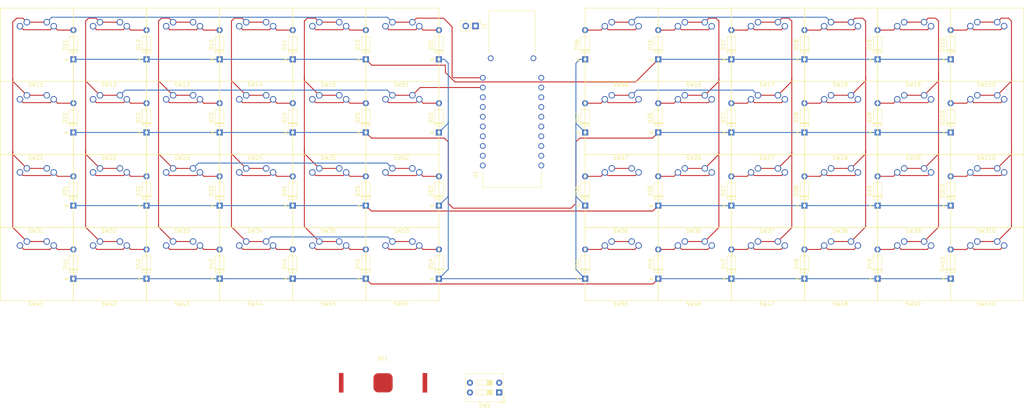
<source format=kicad_pcb>
(kicad_pcb (version 20211014) (generator pcbnew)
  (layers (0 "F.Cu" signal) (31 "B.Cu" signal) (34 "B.Paste" user) (35 "F.Paste" user) (36 "B.SilkS" user "B.Silkscreen") (37 "F.SilkS" user "F.Silkscreen") (38 "B.Mask" user) (39 "F.Mask" user) (44 "Edge.Cuts" user))
  (net 0 "")
  (net 1 "Net-(BT1-Pad1)")
  (net 2 "Net-(BT1-Pad2)")
  (net 3 "Net-(D11-Pad1)")
  (net 4 "Net-(D11-Pad2)")
  (net 5 "Net-(J1-Pad1)")
  (net 6 "Net-(J1-Pad2)")
  (net 7 "Net-(D12-Pad2)")
  (net 8 "Net-(SW5-Pad1)")
  (net 11 "Net-(D13-Pad2)")
  (net 12 "Net-(D14-Pad2)")
  (net 13 "Net-(D15-Pad2)")
  (net 14 "Net-(D16-Pad2)")
  (net 15 "Net-(D17-Pad2)")
  (net 16 "Net-(D18-Pad2)")
  (net 17 "Net-(D19-Pad2)")
  (net 18 "Net-(D21-Pad1)")
  (net 19 "Net-(D21-Pad2)")
  (net 20 "Net-(D22-Pad2)")
  (net 21 "Net-(D23-Pad2)")
  (net 22 "Net-(D24-Pad2)")
  (net 23 "Net-(D25-Pad2)")
  (net 24 "Net-(D26-Pad2)")
  (net 25 "Net-(D27-Pad2)")
  (net 27 "Net-(D28-Pad2)")
  (net 28 "Net-(D29-Pad2)")
  (net 29 "Net-(D31-Pad1)")
  (net 30 "Net-(D31-Pad2)")
  (net 31 "Net-(D32-Pad2)")
  (net 32 "Net-(D33-Pad2)")
  (net 33 "Net-(D34-Pad2)")
  (net 34 "Net-(D35-Pad2)")
  (net 35 "Net-(D36-Pad2)")
  (net 36 "Net-(D37-Pad2)")
  (net 37 "Net-(D38-Pad2)")
  (net 38 "Net-(D39-Pad2)")
  (net 39 "Net-(D41-Pad1)")
  (net 40 "Net-(D41-Pad2)")
  (net 41 "Net-(D42-Pad2)")
  (net 42 "Net-(D43-Pad2)")
  (net 43 "Net-(D44-Pad2)")
  (net 44 "Net-(D45-Pad2)")
  (net 45 "Net-(D46-Pad2)")
  (net 46 "Net-(D47-Pad2)")
  (net 47 "Net-(D48-Pad2)")
  (net 48 "Net-(D49-Pad2)")
  (net 49 "Net-(D51-Pad1)")
  (net 50 "Net-(D51-Pad2)")
  (net 51 "Net-(D52-Pad2)")
  (net 52 "Net-(D53-Pad2)")
  (net 53 "Net-(D54-Pad2)")
  (net 54 "Net-(D55-Pad2)")
  (net 55 "Net-(D56-Pad2)")
  (net 56 "Net-(D57-Pad2)")
  (net 57 "Net-(D58-Pad2)")
  (net 58 "Net-(D110-Pad2)")
  (net 59 "Net-(SW11-Pad1)")
  (net 60 "Net-(SW12-Pad1)")
  (net 61 "Net-(SW13-Pad1)")
  (net 62 "Net-(SW14-Pad1)")
  (net 63 "Net-(SW15-Pad1)")
  (net 64 "Net-(SW16-Pad1)")
  (net 65 "Net-(SW17-Pad1)")
  (net 66 "Net-(SW18-Pad1)")
  (net 67 "Net-(SW110-Pad1)")
  (net 68 "Net-(D210-Pad2)")
  (net 69 "Net-(D310-Pad2)")
  (net 70 "Net-(D410-Pad2)")
  (net 71 "Net-(SW19-Pad1)")
  (footprint "GateronLP:SW_Gateron_LO_PRO_1.00u_NO_LED_REVERSABLE_PCB" (layer "F.Cu") (at 261.9375 52.3875 180)
    (fp_text reference "SW310")
    (fp_text value "GateronLP")
  )
  (footprint "Diode_THT:D_DO-35_SOD27_P7.62mm_Horizontal" (layer "F.Cu") (at 252.4125 18.2245 90)
    (fp_text reference "D110")
    (fp_text value "1N4148")
  )
  (footprint "GateronLP:SW_Gateron_LO_PRO_1.00u_NO_LED_REVERSABLE_PCB" (layer "F.Cu") (at 71.4375 52.3875 180)
    (fp_text reference "SW34")
    (fp_text value "GateronLP")
  )
  (footprint "GateronLP:SW_Gateron_LO_PRO_1.00u_NO_LED_REVERSABLE_PCB" (layer "F.Cu") (at 185.7375 33.3375 180)
    (fp_text reference "SW26")
    (fp_text value "GateronLP")
  )
  (footprint "Diode_THT:D_DO-35_SOD27_P7.62mm_Horizontal" (layer "F.Cu") (at 195.2625 75.3745 90)
    (fp_text reference "D47")
    (fp_text value "1N4148")
  )
  (footprint "GateronLP:SW_Gateron_LO_PRO_1.00u_NO_LED_REVERSABLE_PCB" (layer "F.Cu") (at 242.8875 33.3375 180)
    (fp_text reference "SW29")
    (fp_text value "GateronLP")
  )
  (footprint "GateronLP:SW_Gateron_LO_PRO_1.00u_NO_LED_REVERSABLE_PCB" (layer "F.Cu") (at 223.8375 52.3875 180)
    (fp_text reference "SW38")
    (fp_text value "GateronLP")
  )
  (footprint "GateronLP:SW_Gateron_LO_PRO_1.00u_NO_LED_REVERSABLE_PCB" (layer "F.Cu") (at 90.4875 71.4375 180)
    (fp_text reference "SW45")
    (fp_text value "GateronLP")
  )
  (footprint "GateronLP:SW_Gateron_LO_PRO_1.00u_NO_LED_REVERSABLE_PCB" (layer "F.Cu") (at 166.6875 71.4375 180)
    (fp_text reference "SW55")
    (fp_text value "GateronLP")
  )
  (footprint "GateronLP:SW_Gateron_LO_PRO_1.00u_NO_LED_REVERSABLE_PCB" (layer "F.Cu") (at 33.3375 14.2875 180)
    (fp_text reference "SW12")
    (fp_text value "GateronLP")
  )
  (footprint "GateronLP:SW_Gateron_LO_PRO_1.00u_NO_LED_REVERSABLE_PCB" (layer "F.Cu") (at 185.7375 14.3085 180)
    (fp_text reference "SW16")
    (fp_text value "GateronLP")
  )
  (footprint "GateronLP:SW_Gateron_LO_PRO_1.00u_NO_LED_REVERSABLE_PCB" (layer "F.Cu") (at 52.3875 52.3875 180)
    (fp_text reference "SW33")
    (fp_text value "GateronLP")
  )
  (footprint "Diode_THT:D_DO-35_SOD27_P7.62mm_Horizontal" (layer "F.Cu") (at 119.0625 18.2245 90)
    (fp_text reference "D51")
    (fp_text value "1N4148")
  )
  (footprint "GateronLP:SW_Gateron_LO_PRO_1.00u_NO_LED_REVERSABLE_PCB" (layer "F.Cu") (at 14.2875 52.3875 180)
    (fp_text reference "SW31")
    (fp_text value "GateronLP")
  )
  (footprint "Diode_THT:D_DO-35_SOD27_P7.62mm_Horizontal" (layer "F.Cu") (at 61.9125 75.3745 90)
    (fp_text reference "D43")
    (fp_text value "1N4148")
  )
  (footprint "Diode_THT:D_DO-35_SOD27_P7.62mm_Horizontal" (layer "F.Cu") (at 42.8625 56.3245 90)
    (fp_text reference "D32")
    (fp_text value "1N4148")
  )
  (footprint "GateronLP:SW_Gateron_LO_PRO_1.00u_NO_LED_REVERSABLE_PCB" (layer "F.Cu") (at 90.4875 52.3875 180)
    (fp_text reference "SW35")
    (fp_text value "GateronLP")
  )
  (footprint "Diode_THT:D_DO-35_SOD27_P7.62mm_Horizontal" (layer "F.Cu") (at 100.0125 18.2245 90)
    (fp_text reference "D15")
    (fp_text value "1N4148")
  )
  (footprint "Diode_THT:D_DO-35_SOD27_P7.62mm_Horizontal" (layer "F.Cu") (at 42.8625 37.2745 90)
    (fp_text reference "D22")
    (fp_text value "1N4148")
  )
  (footprint "GateronLP:SW_Gateron_LO_PRO_1.00u_NO_LED_REVERSABLE_PCB" (layer "F.Cu") (at 204.7875 14.2875 180)
    (fp_text reference "SW17")
    (fp_text value "GateronLP")
  )
  (footprint "Diode_THT:D_DO-35_SOD27_P7.62mm_Horizontal" (layer "F.Cu") (at 252.4125 75.3745 90)
    (fp_text reference "D410")
    (fp_text value "1N4148")
  )
  (footprint "Diode_THT:D_DO-35_SOD27_P7.62mm_Horizontal" (layer "F.Cu") (at 195.2625 18.2245 90)
    (fp_text reference "D17")
    (fp_text value "1N4148")
  )
  (footprint "GateronLP:SW_Gateron_LO_PRO_1.00u_NO_LED_REVERSABLE_PCB" (layer "F.Cu") (at 185.7375 52.3875 180)
    (fp_text reference "SW36")
    (fp_text value "GateronLP")
  )
  (footprint "GateronLP:SW_Gateron_LO_PRO_1.00u_NO_LED_REVERSABLE_PCB" (layer "F.Cu") (at 223.8375 14.2805 180)
    (fp_text reference "SW18")
    (fp_text value "GateronLP")
  )
  (footprint "GateronLP:SW_Gateron_LO_PRO_1.00u_NO_LED_REVERSABLE_PCB" (layer "F.Cu") (at 14.2875 71.4375 180)
    (fp_text reference "SW41")
    (fp_text value "GateronLP")
  )
  (footprint "Diode_THT:D_DO-35_SOD27_P7.62mm_Horizontal" (layer "F.Cu") (at 42.8625 18.2245 90)
    (fp_text reference "D12")
    (fp_text value "1N4148")
  )
  (footprint "Diode_THT:D_DO-35_SOD27_P7.62mm_Horizontal" (layer "F.Cu") (at 61.9125 56.3245 90)
    (fp_text reference "D33")
    (fp_text value "1N4148")
  )
  (footprint "Diode_THT:D_DO-35_SOD27_P7.62mm_Horizontal" (layer "F.Cu") (at 233.3625 18.2245 90)
    (fp_text reference "D19")
    (fp_text value "1N4148")
  )
  (footprint "NRF52840-DONGLE:MODULE_NRF52840-DONGLE" (layer "F.Cu") (at 138.1125 28.575 90)
    (fp_text reference "U1")
    (fp_text value "NRF52840-DONGLE")
  )
  (footprint "GateronLP:SW_Gateron_LO_PRO_1.00u_NO_LED_REVERSABLE_PCB" (layer "F.Cu") (at 223.8375 71.4375 180)
    (fp_text reference "SW48")
    (fp_text value "GateronLP")
  )
  (footprint "Diode_THT:D_DO-35_SOD27_P7.62mm_Horizontal" (layer "F.Cu") (at 176.2125 56.3245 90)
    (fp_text reference "D36")
    (fp_text value "1N4148")
  )
  (footprint "Misc:TBH-CR2032-M04" (layer "F.Cu") (at 104.5 102.5 180)
    (fp_text reference "BT1")
    (fp_text value "Battery_Cell")
  )
  (footprint "Diode_THT:D_DO-35_SOD27_P7.62mm_Horizontal" (layer "F.Cu") (at 195.2625 56.3245 90)
    (fp_text reference "D37")
    (fp_text value "1N4148")
  )
  (footprint "Diode_THT:D_DO-35_SOD27_P7.62mm_Horizontal" (layer "F.Cu") (at 233.3625 56.3245 90)
    (fp_text reference "D39")
    (fp_text value "1N4148")
  )
  (footprint "Diode_THT:D_DO-35_SOD27_P7.62mm_Horizontal" (layer "F.Cu") (at 252.4125 56.3245 90)
    (fp_text reference "D310")
    (fp_text value "1N4148")
  )
  (footprint "GateronLP:SW_Gateron_LO_PRO_1.00u_NO_LED_REVERSABLE_PCB" (layer "F.Cu") (at 71.4375 14.2875 180)
    (fp_text reference "SW14")
    (fp_text value "GateronLP")
  )
  (footprint "GateronLP:SW_Gateron_LO_PRO_1.00u_NO_LED_REVERSABLE_PCB" (layer "F.Cu") (at 52.3875 33.3375 180)
    (fp_text reference "SW23")
    (fp_text value "GateronLP")
  )
  (footprint "GateronLP:SW_Gateron_LO_PRO_1.00u_NO_LED_REVERSABLE_PCB" (layer "F.Cu") (at 261.9375 14.2735 180)
    (fp_text reference "SW110")
    (fp_text value "GateronLP")
  )
  (footprint "GateronLP:SW_Gateron_LO_PRO_1.00u_NO_LED_REVERSABLE_PCB" (layer "F.Cu") (at 242.8875 52.3875 180)
    (fp_text reference "SW39")
    (fp_text value "GateronLP")
  )
  (footprint "Diode_THT:D_DO-35_SOD27_P7.62mm_Horizontal" (layer "F.Cu") (at 61.9125 37.2745 90)
    (fp_text reference "D23")
    (fp_text value "1N4148")
  )
  (footprint "Diode_THT:D_DO-35_SOD27_P7.62mm_Horizontal" (layer "F.Cu") (at 61.9125 18.2245 90)
    (fp_text reference "D13")
    (fp_text value "1N4148")
  )
  (footprint "GateronLP:SW_Gateron_LO_PRO_1.00u_NO_LED_REVERSABLE_PCB" (layer "F.Cu") (at 166.6875 14.2875 180)
    (fp_text reference "SW58")
    (fp_text value "GateronLP")
  )
  (footprint "GateronLP:SW_Gateron_LO_PRO_1.00u_NO_LED_REVERSABLE_PCB" (layer "F.Cu") (at 109.5375 52.3875 180)
    (fp_text reference "SW53")
    (fp_text value "GateronLP")
  )
  (footprint "Diode_THT:D_DO-35_SOD27_P7.62mm_Horizontal" (layer "F.Cu") (at 23.8125 56.3245 90)
    (fp_text reference "D31")
    (fp_text value "1N4148")
  )
  (footprint "GateronLP:SW_Gateron_LO_PRO_1.00u_NO_LED_REVERSABLE_PCB" (layer "F.Cu") (at 109.5375 14.2875 180)
    (fp_text reference "SW51")
    (fp_text value "GateronLP")
  )
  (footprint "Diode_THT:D_DO-35_SOD27_P7.62mm_Horizontal" (layer "F.Cu") (at 157.1625 18.2245 90)
    (fp_text reference "D58")
    (fp_text value "1N4148")
  )
  (footprint "Diode_THT:D_DO-35_SOD27_P7.62mm_Horizontal" (layer "F.Cu") (at 23.8125 75.3745 90)
    (fp_text reference "D41")
    (fp_text value "1N4148")
  )
  (footprint "Diode_THT:D_DO-35_SOD27_P7.62mm_Horizontal" (layer "F.Cu") (at 80.9625 18.2245 90)
    (fp_text reference "D14")
    (fp_text value "1N4148")
  )
  (footprint "Diode_THT:D_DO-35_SOD27_P7.62mm_Horizontal" (layer "F.Cu") (at 80.9625 75.3745 90)
    (fp_text reference "D44")
    (fp_text value "1N4148")
  )
  (footprint "Diode_THT:D_DO-35_SOD27_P7.62mm_Horizontal" (layer "F.Cu") (at 176.2055 37.2745 90)
    (fp_text reference "D26")
    (fp_text value "1N4148")
  )
  (footprint "GateronLP:SW_Gateron_LO_PRO_1.00u_NO_LED_REVERSABLE_PCB" (layer "F.Cu") (at 71.4375 71.4375 180)
    (fp_text reference "SW44")
    (fp_text value "GateronLP")
  )
  (footprint "Misc:SW_DIP_SPSTx02_Slide_9.78x7.26mm_W7.62mm_P2.54mm" (layer "F.Cu") (at 134.7675 105.025 180)
    (fp_text reference "SW5")
    (fp_text value "SW_DIP_x02")
  )
  (footprint "Diode_THT:D_DO-35_SOD27_P7.62mm_Horizontal" (layer "F.Cu") (at 42.8625 75.3745 90)
    (fp_text reference "D42")
    (fp_text value "1N4148")
  )
  (footprint "Diode_THT:D_DO-35_SOD27_P7.62mm_Horizontal" (layer "F.Cu") (at 119.0625 37.2745 90)
    (fp_text reference "D52")
    (fp_text value "1N4148")
  )
  (footprint "Diode_THT:D_DO-35_SOD27_P7.62mm_Horizontal" (layer "F.Cu") (at 23.8125 18.2245 90)
    (fp_text reference "D11")
    (fp_text value "1N4148")
  )
  (footprint "GateronLP:SW_Gateron_LO_PRO_1.00u_NO_LED_REVERSABLE_PCB" (layer "F.Cu") (at 204.7875 52.3875 180)
    (fp_text reference "SW37")
    (fp_text value "GateronLP")
  )
  (footprint "GateronLP:SW_Gateron_LO_PRO_1.00u_NO_LED_REVERSABLE_PCB" (layer "F.Cu") (at 109.5375 71.4375 180)
    (fp_text reference "SW54")
    (fp_text value "GateronLP")
  )
  (footprint "GateronLP:SW_Gateron_LO_PRO_1.00u_NO_LED_REVERSABLE_PCB" (layer "F.Cu") (at 52.3875 71.4375 180)
    (fp_text reference "SW43")
    (fp_text value "GateronLP")
  )
  (footprint "Diode_THT:D_DO-35_SOD27_P7.62mm_Horizontal" (layer "F.Cu") (at 157.1625 56.3245 90)
    (fp_text reference "D56")
    (fp_text value "1N4148")
  )
  (footprint "GateronLP:SW_Gateron_LO_PRO_1.00u_NO_LED_REVERSABLE_PCB" (layer "F.Cu") (at 223.8375 33.3375 180)
    (fp_text reference "SW28")
    (fp_text value "GateronLP")
  )
  (footprint "Diode_THT:D_DO-35_SOD27_P7.62mm_Horizontal" (layer "F.Cu") (at 214.3125 18.2245 90)
    (fp_text reference "D18")
    (fp_text value "1N4148")
  )
  (footprint "Diode_THT:D_DO-35_SOD27_P7.62mm_Horizontal" (layer "F.Cu") (at 233.3625 75.3745 90)
    (fp_text reference "D49")
    (fp_text value "1N4148")
  )
  (footprint "Diode_THT:D_DO-35_SOD27_P7.62mm_Horizontal" (layer "F.Cu") (at 80.9625 56.3245 90)
    (fp_text reference "D34")
    (fp_text value "1N4148")
  )
  (footprint "GateronLP:SW_Gateron_LO_PRO_1.00u_NO_LED_REVERSABLE_PCB" (layer "F.Cu") (at 185.7375 71.4375 180)
    (fp_text reference "SW46")
    (fp_text value "GateronLP")
  )
  (footprint "GateronLP:SW_Gateron_LO_PRO_1.00u_NO_LED_REVERSABLE_PCB" (layer "F.Cu") (at 204.7875 33.3375 180)
    (fp_text reference "SW27")
    (fp_text value "GateronLP")
  )
  (footprint "GateronLP:SW_Gateron_LO_PRO_1.00u_NO_LED_REVERSABLE_PCB" (layer "F.Cu") (at 109.5375 33.3375 180)
    (fp_text reference "SW52")
    (fp_text value "GateronLP")
  )
  (footprint "GateronLP:SW_Gateron_LO_PRO_1.00u_NO_LED_REVERSABLE_PCB" (layer "F.Cu") (at 261.9375 71.4375 180)
    (fp_text reference "SW410")
    (fp_text value "GateronLP")
  )
  (footprint "Diode_THT:D_DO-35_SOD27_P7.62mm_Horizontal" (layer "F.Cu") (at 176.2125 18.2245 90)
    (fp_text reference "D16")
    (fp_text value "1N4148")
  )
  (footprint "Diode_THT:D_DO-35_SOD27_P7.62mm_Horizontal" (layer "F.Cu") (at 100.0125 37.2745 90)
    (fp_text reference "D25")
    (fp_text value "1N4148")
  )
  (footprint "GateronLP:SW_Gateron_LO_PRO_1.00u_NO_LED_REVERSABLE_PCB" (layer "F.Cu") (at 71.4375 33.3375 180)
    (fp_text reference "SW24")
    (fp_text value "GateronLP")
  )
  (footprint "GateronLP:SW_Gateron_LO_PRO_1.00u_NO_LED_REVERSABLE_PCB" (layer "F.Cu") (at 242.8875 14.2805 180)
    (fp_text reference "SW19")
    (fp_text value "GateronLP")
  )
  (footprint "GateronLP:SW_Gateron_LO_PRO_1.00u_NO_LED_REVERSABLE_PCB" (layer "F.Cu") (at 52.3875 14.2875 180)
    (fp_text reference "SW13")
    (fp_text value "GateronLP")
  )
  (footprint "GateronLP:SW_Gateron_LO_PRO_1.00u_NO_LED_REVERSABLE_PCB" (layer "F.Cu") (at 166.6875 52.3875 180)
    (fp_text reference "SW56")
    (fp_text value "GateronLP")
  )
  (footprint "GateronLP:SW_Gateron_LO_PRO_1.00u_NO_LED_REVERSABLE_PCB" (layer "F.Cu") (at 166.6805 33.3375 180)
    (fp_text reference "SW57")
    (fp_text value "GateronLP")
  )
  (footprint "Diode_THT:D_DO-35_SOD27_P7.62mm_Horizontal" (layer "F.Cu") (at 233.3625 37.2745 90)
    (fp_text reference "D29")
    (fp_text value "1N4148")
  )
  (footprint "Diode_THT:D_DO-35_SOD27_P7.62mm_Horizontal" (layer "F.Cu") (at 214.3125 37.2745 90)
    (fp_text reference "D28")
    (fp_text value "1N4148")
  )
  (footprint "Diode_THT:D_DO-35_SOD27_P7.62mm_Horizontal" (layer "F.Cu") (at 214.3125 56.3245 90)
    (fp_text reference "D38")
    (fp_text value "1N4148")
  )
  (footprint "Diode_THT:D_DO-35_SOD27_P7.62mm_Horizontal" (layer "F.Cu") (at 157.1625 75.3745 90)
    (fp_text reference "D55")
    (fp_text value "1N4148")
  )
  (footprint "GateronLP:SW_Gateron_LO_PRO_1.00u_NO_LED_REVERSABLE_PCB" (layer "F.Cu") (at 90.4875 33.3375 180)
    (fp_text reference "SW25")
    (fp_text value "GateronLP")
  )
  (footprint "Diode_THT:D_DO-35_SOD27_P7.62mm_Horizontal" (layer "F.Cu") (at 100.0125 75.3745 90)
    (fp_text reference "D45")
    (fp_text value "1N4148")
  )
  (footprint "Diode_THT:D_DO-35_SOD27_P7.62mm_Horizontal" (layer "F.Cu") (at 119.0625 75.3745 90)
    (fp_text reference "D54")
    (fp_text value "1N4148")
  )
  (footprint "Diode_THT:D_DO-35_SOD27_P7.62mm_Horizontal" (layer "F.Cu") (at 176.2125 75.3745 90)
    (fp_text reference "D46")
    (fp_text value "1N4148")
  )
  (footprint "GateronLP:SW_Gateron_LO_PRO_1.00u_NO_LED_REVERSABLE_PCB" (layer "F.Cu") (at 14.2875 14.2875 180)
    (fp_text reference "SW11")
    (fp_text value "GateronLP")
  )
  (footprint "Diode_THT:D_DO-35_SOD27_P7.62mm_Horizontal" (layer "F.Cu") (at 195.2625 37.2745 90)
    (fp_text reference "D27")
    (fp_text value "1N4148")
  )
  (footprint "Diode_THT:D_DO-35_SOD27_P7.62mm_Horizontal" (layer "F.Cu") (at 80.9625 37.2745 90)
    (fp_text reference "D24")
    (fp_text value "1N4148")
  )
  (footprint "Diode_THT:D_DO-35_SOD27_P7.62mm_Horizontal" (layer "F.Cu") (at 252.4125 37.2745 90)
    (fp_text reference "D210")
    (fp_text value "1N4148")
  )
  (footprint "Diode_THT:D_DO-35_SOD27_P7.62mm_Horizontal" (layer "F.Cu") (at 23.8125 37.2745 90)
    (fp_text reference "D21")
    (fp_text value "1N4148")
  )
  (footprint "Diode_THT:D_DO-35_SOD27_P7.62mm_Horizontal" (layer "F.Cu") (at 119.0625 56.3245 90)
    (fp_text reference "D53")
    (fp_text value "1N4148")
  )
  (footprint "GateronLP:SW_Gateron_LO_PRO_1.00u_NO_LED_REVERSABLE_PCB" (layer "F.Cu") (at 33.3375 71.4375 180)
    (fp_text reference "SW42")
    (fp_text value "GateronLP")
  )
  (footprint "GateronLP:SW_Gateron_LO_PRO_1.00u_NO_LED_REVERSABLE_PCB" (layer "F.Cu") (at 261.9375 33.3375 180)
    (fp_text reference "SW210")
    (fp_text value "GateronLP")
  )
  (footprint "Diode_THT:D_DO-35_SOD27_P7.62mm_Horizontal" (layer "F.Cu") (at 214.3125 75.3745 90)
    (fp_text reference "D48")
    (fp_text value "1N4148")
  )
  (footprint "Diode_THT:D_DO-35_SOD27_P7.62mm_Horizontal" (layer "F.Cu") (at 157.1625 37.2745 90)
    (fp_text reference "D57")
    (fp_text value "1N4148")
  )
  (footprint "GateronLP:SW_Gateron_LO_PRO_1.00u_NO_LED_REVERSABLE_PCB" (layer "F.Cu") (at 14.2875 33.3375 180)
    (fp_text reference "SW21")
    (fp_text value "GateronLP")
  )
  (footprint "GateronLP:SW_Gateron_LO_PRO_1.00u_NO_LED_REVERSABLE_PCB" (layer "F.Cu") (at 90.4875 14.2875 180)
    (fp_text reference "SW15")
    (fp_text value "GateronLP")
  )
  (footprint "Diode_THT:D_DO-35_SOD27_P7.62mm_Horizontal" (layer "F.Cu") (at 100.0125 56.3245 90)
    (fp_text reference "D35")
    (fp_text value "1N4148")
  )
  (footprint "GateronLP:SW_Gateron_LO_PRO_1.00u_NO_LED_REVERSABLE_PCB" (layer "F.Cu") (at 33.3375 52.3875 180)
    (fp_text reference "SW32")
    (fp_text value "GateronLP")
  )
  (footprint "GateronLP:SW_Gateron_LO_PRO_1.00u_NO_LED_REVERSABLE_PCB" (layer "F.Cu") (at 242.8875 71.4375 180)
    (fp_text reference "SW49")
    (fp_text value "GateronLP")
  )
  (footprint "GateronLP:SW_Gateron_LO_PRO_1.00u_NO_LED_REVERSABLE_PCB" (layer "F.Cu") (at 204.7875 71.4375 180)
    (fp_text reference "SW47")
    (fp_text value "GateronLP")
  )
  (footprint "Connector_PinHeader_2.54mm:PinHeader_1x02_P2.54mm_Vertical" (layer "F.Cu") (at 128.5875 9.525 -90)
    (fp_text reference "J1")
    (fp_text value "Conn_01x02_Male")
  )
  (footprint "GateronLP:SW_Gateron_LO_PRO_1.00u_NO_LED_REVERSABLE_PCB" (layer "F.Cu") (at 33.3375 33.3375 180)
    (fp_text reference "SW22")
    (fp_text value "GateronLP")
  )
  (segment (start 101.538 19.75) (end 120.75 19.75) (width 0.25) (layer "F.Cu") (net 3))
  (segment (start 170.338 24.099) (end 176.2125 18.2245) (width 0.25) (layer "F.Cu") (net 3))
  (segment (start 123.212604 24.099) (end 170.338 24.099) (width 0.25) (layer "F.Cu") (net 3))
  (segment (start 120.75 21.636396) (end 123.212604 24.099) (width 0.25) (layer "F.Cu") (net 3))
  (segment (start 100.0125 18.2245) (end 101.538 19.75) (width 0.25) (layer "F.Cu") (net 3))
  (segment (start 120.75 19.75) (end 120.75 21.636396) (width 0.25) (layer "F.Cu") (net 3))
  (segment (start 80.9625 18.2245) (end 100.0125 18.2245) (width 0.25) (layer "B.Cu") (net 3))
  (segment (start 214.3125 18.2245) (end 233.3625 18.2245) (width 0.25) (layer "B.Cu") (net 3))
  (segment (start 233.3625 18.2245) (end 252.0255 18.2245) (width 0.25) (layer "B.Cu") (net 3))
  (segment (start 176.2125 18.2245) (end 195.2625 18.2245) (width 0.25) (layer "B.Cu") (net 3))
  (segment (start 252.0255 18.2245) (end 252.75 17.5) (width 0.25) (layer "B.Cu") (net 3))
  (segment (start 42.8625 18.2245) (end 61.9125 18.2245) (width 0.25) (layer "B.Cu") (net 3))
  (segment (start 61.9125 18.2245) (end 80.9625 18.2245) (width 0.25) (layer "B.Cu") (net 3))
  (segment (start 23.8125 18.2245) (end 42.8625 18.2245) (width 0.25) (layer "B.Cu") (net 3))
  (segment (start 195.2625 18.2245) (end 214.3125 18.2245) (width 0.25) (layer "B.Cu") (net 3))
  (segment (start 17.775 10.5) (end 18.6875 9.5875) (width 0.25) (layer "F.Cu") (net 4))
  (segment (start 19.7045 10.6045) (end 23.8125 10.6045) (width 0.25) (layer "F.Cu") (net 4))
  (segment (start 18.6875 9.5875) (end 19.7045 10.6045) (width 0.25) (layer "F.Cu") (net 4))
  (segment (start 9.8875 9.5875) (end 10.8 10.5) (width 0.25) (layer "F.Cu") (net 4))
  (segment (start 10.8 10.5) (end 17.775 10.5) (width 0.25) (layer "F.Cu") (net 4))
  (segment (start 37.7375 9.5875) (end 38.7545 10.6045) (width 0.25) (layer "F.Cu") (net 7))
  (segment (start 36.825 10.5) (end 37.7375 9.5875) (width 0.25) (layer "F.Cu") (net 7))
  (segment (start 28.9375 9.5875) (end 29.85 10.5) (width 0.25) (layer "F.Cu") (net 7))
  (segment (start 29.85 10.5) (end 36.825 10.5) (width 0.25) (layer "F.Cu") (net 7))
  (segment (start 38.7545 10.6045) (end 42.8625 10.6045) (width 0.25) (layer "F.Cu") (net 7))
  (segment (start 55.875 10.5) (end 56.7875 9.5875) (width 0.25) (layer "F.Cu") (net 11))
  (segment (start 56.7875 9.5875) (end 57.8045 10.6045) (width 0.25) (layer "F.Cu") (net 11))
  (segment (start 57.8045 10.6045) (end 61.9125 10.6045) (width 0.25) (layer "F.Cu") (net 11))
  (segment (start 47.9875 9.5875) (end 48.9 10.5) (width 0.25) (layer "F.Cu") (net 11))
  (segment (start 48.9 10.5) (end 55.875 10.5) (width 0.25) (layer "F.Cu") (net 11))
  (segment (start 67.0375 9.5875) (end 67.95 10.5) (width 0.25) (layer "F.Cu") (net 12))
  (segment (start 67.95 10.5) (end 74.925 10.5) (width 0.25) (layer "F.Cu") (net 12))
  (segment (start 74.925 10.5) (end 75.8375 9.5875) (width 0.25) (layer "F.Cu") (net 12))
  (segment (start 76.8545 10.6045) (end 80.9625 10.6045) (width 0.25) (layer "F.Cu") (net 12))
  (segment (start 75.8375 9.5875) (end 76.8545 10.6045) (width 0.25) (layer "F.Cu") (net 12))
  (segment (start 94.8875 9.5875) (end 95.9045 10.6045) (width 0.25) (layer "F.Cu") (net 13))
  (segment (start 87 10.5) (end 93.975 10.5) (width 0.25) (layer "F.Cu") (net 13))
  (segment (start 95.9045 10.6045) (end 100.0125 10.6045) (width 0.25) (layer "F.Cu") (net 13))
  (segment (start 86.0875 9.5875) (end 87 10.5) (width 0.25) (layer "F.Cu") (net 13))
  (segment (start 93.975 10.5) (end 94.8875 9.5875) (width 0.25) (layer "F.Cu") (net 13))
  (segment (start 181.3375 9.6085) (end 182.229 10.5) (width 0.25) (layer "F.Cu") (net 14))
  (segment (start 182.229 10.5) (end 189.246 10.5) (width 0.25) (layer "F.Cu") (net 14))
  (segment (start 180.3415 10.6045) (end 181.3375 9.6085) (width 0.25) (layer "F.Cu") (net 14))
  (segment (start 176.2125 10.6045) (end 180.3415 10.6045) (width 0.25) (layer "F.Cu") (net 14))
  (segment (start 189.246 10.5) (end 190.1375 9.6085) (width 0.25) (layer "F.Cu") (net 14))
  (segment (start 195.2625 10.6045) (end 199.3705 10.6045) (width 0.25) (layer "F.Cu") (net 15))
  (segment (start 199.3705 10.6045) (end 200.3875 9.5875) (width 0.25) (layer "F.Cu") (net 15))
  (segment (start 201.3 10.5) (end 208.275 10.5) (width 0.25) (layer "F.Cu") (net 15))
  (segment (start 200.3875 9.5875) (end 201.3 10.5) (width 0.25) (layer "F.Cu") (net 15))
  (segment (start 208.275 10.5) (end 209.1875 9.5875) (width 0.25) (layer "F.Cu") (net 15))
  (segment (start 220.357 10.5) (end 227.318 10.5) (width 0.25) (layer "F.Cu") (net 16))
  (segment (start 214.3125 10.6045) (end 218.4135 10.6045) (width 0.25) (layer "F.Cu") (net 16))
  (segment (start 227.318 10.5) (end 228.2375 9.5805) (width 0.25) (layer "F.Cu") (net 16))
  (segment (start 218.4135 10.6045) (end 219.4375 9.5805) (width 0.25) (layer "F.Cu") (net 16))
  (segment (start 219.4375 9.5805) (end 220.357 10.5) (width 0.25) (layer "F.Cu") (net 16))
  (segment (start 237.4635 10.6045) (end 238.4875 9.5805) (width 0.25) (layer "F.Cu") (net 17))
  (segment (start 246.368 10.5) (end 247.2875 9.5805) (width 0.25) (layer "F.Cu") (net 17))
  (segment (start 239.407 10.5) (end 246.368 10.5) (width 0.25) (layer "F.Cu") (net 17))
  (segment (start 233.3625 10.6045) (end 237.4635 10.6045) (width 0.25) (layer "F.Cu") (net 17))
  (segment (start 238.4875 9.5805) (end 239.407 10.5) (width 0.25) (layer "F.Cu") (net 17))
  (segment (start 122.75 57) (end 153.5 57) (width 0.25) (layer "F.Cu") (net 18))
  (segment (start 153.5 57) (end 154.75 55.75) (width 0.25) (layer "F.Cu") (net 18))
  (segment (start 101.488 38.75) (end 120.5 38.75) (width 0.25) (layer "F.Cu") (net 18))
  (segment (start 121.5 39.75) (end 121.5 55.75) (width 0.25) (layer "F.Cu") (net 18))
  (segment (start 120.5 38.75) (end 121.5 39.75) (width 0.25) (layer "F.Cu") (net 18))
  (segment (start 154.75 39.75) (end 155.75 38.75) (width 0.25) (layer "F.Cu") (net 18))
  (segment (start 121.5 55.75) (end 122.75 57) (width 0.25) (layer "F.Cu") (net 18))
  (segment (start 100.0125 37.2745) (end 101.488 38.75) (width 0.25) (layer "F.Cu") (net 18))
  (segment (start 155.75 38.75) (end 174.73 38.75) (width 0.25) (layer "F.Cu") (net 18))
  (segment (start 174.73 38.75) (end 176.2055 37.2745) (width 0.25) (layer "F.Cu") (net 18))
  (segment (start 154.75 55.75) (end 154.75 39.75) (width 0.25) (layer "F.Cu") (net 18))
  (segment (start 214.3125 37.2745) (end 233.3625 37.2745) (width 0.25) (layer "B.Cu") (net 18))
  (segment (start 195.2625 37.2745) (end 214.3125 37.2745) (width 0.25) (layer "B.Cu") (net 18))
  (segment (start 23.8125 37.2745) (end 42.8625 37.2745) (width 0.25) (layer "B.Cu") (net 18))
  (segment (start 233.3625 37.2745) (end 252.4125 37.2745) (width 0.25) (layer "B.Cu") (net 18))
  (segment (start 176.2055 37.2745) (end 195.2625 37.2745) (width 0.25) (layer "B.Cu") (net 18))
  (segment (start 42.8625 37.2745) (end 61.9125 37.2745) (width 0.25) (layer "B.Cu") (net 18))
  (segment (start 80.9625 37.2745) (end 100.0125 37.2745) (width 0.25) (layer "B.Cu") (net 18))
  (segment (start 61.9125 37.2745) (end 80.9625 37.2745) (width 0.25) (layer "B.Cu") (net 18))
  (segment (start 18.6875 28.6375) (end 19.7045 29.6545) (width 0.25) (layer "F.Cu") (net 19))
  (segment (start 10.75 29.5) (end 17.825 29.5) (width 0.25) (layer "F.Cu") (net 19))
  (segment (start 9.8875 28.6375) (end 10.75 29.5) (width 0.25) (layer "F.Cu") (net 19))
  (segment (start 19.7045 29.6545) (end 23.8125 29.6545) (width 0.25) (layer "F.Cu") (net 19))
  (segment (start 17.825 29.5) (end 18.6875 28.6375) (width 0.25) (layer "F.Cu") (net 19))
  (segment (start 36.875 29.5) (end 37.7375 28.6375) (width 0.25) (layer "F.Cu") (net 20))
  (segment (start 29.8 29.5) (end 36.875 29.5) (width 0.25) (layer "F.Cu") (net 20))
  (segment (start 38.7545 29.6545) (end 42.8625 29.6545) (width 0.25) (layer "F.Cu") (net 20))
  (segment (start 37.7375 28.6375) (end 38.7545 29.6545) (width 0.25) (layer "F.Cu") (net 20))
  (segment (start 28.9375 28.6375) (end 29.8 29.5) (width 0.25) (layer "F.Cu") (net 20))
  (segment (start 47.9875 28.6375) (end 48.85 29.5) (width 0.25) (layer "F.Cu") (net 21))
  (segment (start 56.7875 28.6375) (end 57.8045 29.6545) (width 0.25) (layer "F.Cu") (net 21))
  (segment (start 55.925 29.5) (end 56.7875 28.6375) (width 0.25) (layer "F.Cu") (net 21))
  (segment (start 48.85 29.5) (end 55.925 29.5) (width 0.25) (layer "F.Cu") (net 21))
  (segment (start 57.8045 29.6545) (end 61.9125 29.6545) (width 0.25) (layer "F.Cu") (net 21))
  (segment (start 75.8375 28.6375) (end 76.8545 29.6545) (width 0.25) (layer "F.Cu") (net 22))
  (segment (start 76.8545 29.6545) (end 80.9625 29.6545) (width 0.25) (layer "F.Cu") (net 22))
  (segment (start 75.8375 28.6625) (end 75.8375 28.6375) (width 0.25) (layer "F.Cu") (net 22))
  (segment (start 75 29.5) (end 75.8375 28.6625) (width 0.25) (layer "F.Cu") (net 22))
  (segment (start 67.0375 28.6375) (end 67.9 29.5) (width 0.25) (layer "F.Cu") (net 22))
  (segment (start 67.9 29.5) (end 75 29.5) (width 0.25) (layer "F.Cu") (net 22))
  (segment (start 86.95 29.5) (end 94.025 29.5) (width 0.25) (layer "F.Cu") (net 23))
  (segment (start 95.9045 29.6545) (end 100.0125 29.6545) (width 0.25) (layer "F.Cu") (net 23))
  (segment (start 86.0875 28.6375) (end 86.95 29.5) (width 0.25) (layer "F.Cu") (net 23))
  (segment (start 94.025 29.5) (end 94.8875 28.6375) (width 0.25) (layer "F.Cu") (net 23))
  (segment (start 94.8875 28.6375) (end 95.9045 29.6545) (width 0.25) (layer "F.Cu") (net 23))
  (segment (start 181.3375 28.6375) (end 182.2 29.5) (width 0.25) (layer "F.Cu") (net 24))
  (segment (start 182.2 29.5) (end 189.275 29.5) (width 0.25) (layer "F.Cu") (net 24))
  (segment (start 189.275 29.5) (end 190.1375 28.6375) (width 0.25) (layer "F.Cu") (net 24))
  (segment (start 180.3205 29.6545) (end 181.3375 28.6375) (width 0.25) (layer "F.Cu") (net 24))
  (segment (start 176.2055 29.6545) (end 180.3205 29.6545) (width 0.25) (layer "F.Cu") (net 24))
  (segment (start 200.3875 28.6375) (end 201.25 29.5) (width 0.25) (layer "F.Cu") (net 25))
  (segment (start 199.3705 29.6545) (end 200.3875 28.6375) (width 0.25) (layer "F.Cu") (net 25))
  (segment (start 208.325 29.5) (end 209.1875 28.6375) (width 0.25) (layer "F.Cu") (net 25))
  (segment (start 195.2625 29.6545) (end 199.3705 29.6545) (width 0.25) (layer "F.Cu") (net 25))
  (segment (start 201.25 29.5) (end 208.325 29.5) (width 0.25) (layer "F.Cu") (net 25))
  (segment (start 218.4205 29.6545) (end 219.4375 28.6375) (width 0.25) (layer "F.Cu") (net 27))
  (segment (start 220.3 29.5) (end 227.375 29.5) (width 0.25) (layer "F.Cu") (net 27))
  (segment (start 227.375 29.5) (end 228.2375 28.6375) (width 0.25) (layer "F.Cu") (net 27))
  (segment (start 219.4375 28.6375) (end 220.3 29.5) (width 0.25) (layer "F.Cu") (net 27))
  (segment (start 214.3125 29.6545) (end 218.4205 29.6545) (width 0.25) (layer "F.Cu") (net 27))
  (segment (start 246.425 29.5) (end 247.2875 28.6375) (width 0.25) (layer "F.Cu") (net 28))
  (segment (start 233.3625 29.6545) (end 237.4705 29.6545) (width 0.25) (layer "F.Cu") (net 28))
  (segment (start 239.35 29.5) (end 246.425 29.5) (width 0.25) (layer "F.Cu") (net 28))
  (segment (start 238.4875 28.6375) (end 239.35 29.5) (width 0.25) (layer "F.Cu") (net 28))
  (segment (start 237.4705 29.6545) (end 238.4875 28.6375) (width 0.25) (layer "F.Cu") (net 28))
  (segment (start 100.0125 56.3245) (end 101.438 57.75) (width 0.25) (layer "F.Cu") (net 29))
  (segment (start 101.438 57.75) (end 174.787 57.75) (width 0.25) (layer "F.Cu") (net 29))
  (segment (start 174.787 57.75) (end 176.2125 56.3245) (width 0.25) (layer "F.Cu") (net 29))
  (segment (start 80.9625 56.3245) (end 100.0125 56.3245) (width 0.25) (layer "B.Cu") (net 29))
  (segment (start 195.2625 56.3245) (end 214.3125 56.3245) (width 0.25) (layer "B.Cu") (net 29))
  (segment (start 176.2125 56.3245) (end 195.2625 56.3245) (width 0.25) (layer "B.Cu") (net 29))
  (segment (start 61.9125 56.3245) (end 80.9625 56.3245) (width 0.25) (layer "B.Cu") (net 29))
  (segment (start 42.8625 56.3245) (end 61.9125 56.3245) (width 0.25) (layer "B.Cu") (net 29))
  (segment (start 233.3625 56.3245) (end 252.4125 56.3245) (width 0.25) (layer "B.Cu") (net 29))
  (segment (start 23.8125 56.3245) (end 42.8625 56.3245) (width 0.25) (layer "B.Cu") (net 29))
  (segment (start 214.3125 56.3245) (end 233.3625 56.3245) (width 0.25) (layer "B.Cu") (net 29))
  (segment (start 19.7045 48.7045) (end 23.8125 48.7045) (width 0.25) (layer "F.Cu") (net 30))
  (segment (start 9.8875 47.6875) (end 10.7 48.5) (width 0.25) (layer "F.Cu") (net 30))
  (segment (start 18.6875 47.6875) (end 19.7045 48.7045) (width 0.25) (layer "F.Cu") (net 30))
  (segment (start 10.7 48.5) (end 17.875 48.5) (width 0.25) (layer "F.Cu") (net 30))
  (segment (start 17.875 48.5) (end 18.6875 47.6875) (width 0.25) (layer "F.Cu") (net 30))
  (segment (start 37.7375 47.6875) (end 38.7545 48.7045) (width 0.25) (layer "F.Cu") (net 31))
  (segment (start 29.75 48.5) (end 36.925 48.5) (width 0.25) (layer "F.Cu") (net 31))
  (segment (start 38.7545 48.7045) (end 42.8625 48.7045) (width 0.25) (layer "F.Cu") (net 31))
  (segment (start 28.9375 47.6875) (end 29.75 48.5) (width 0.25) (layer "F.Cu") (net 31))
  (segment (start 36.925 48.5) (end 37.7375 47.6875) (width 0.25) (layer "F.Cu") (net 31))
  (segment (start 48.8 48.5) (end 55.975 48.5) (width 0.25) (layer "F.Cu") (net 32))
  (segment (start 56.7875 47.6875) (end 57.8045 48.7045) (width 0.25) (layer "F.Cu") (net 32))
  (segment (start 55.975 48.5) (end 56.7875 47.6875) (width 0.25) (layer "F.Cu") (net 32))
  (segment (start 57.8045 48.7045) (end 61.9125 48.7045) (width 0.25) (layer "F.Cu") (net 32))
  (segment (start 47.9875 47.6875) (end 48.8 48.5) (width 0.25) (layer "F.Cu") (net 32))
  (segment (start 75.025 48.5) (end 75.8375 47.6875) (width 0.25) (layer "F.Cu") (net 33))
  (segment (start 76.8545 48.7045) (end 80.9625 48.7045) (width 0.25) (layer "F.Cu") (net 33))
  (segment (start 75.8375 47.6875) (end 76.8545 48.7045) (width 0.25) (layer "F.Cu") (net 33))
  (segment (start 67.85 48.5) (end 75.025 48.5) (width 0.25) (layer "F.Cu") (net 33))
  (segment (start 67.0375 47.6875) (end 67.85 48.5) (width 0.25) (layer "F.Cu") (net 33))
  (segment (start 94.075 48.5) (end 94.8875 47.6875) (width 0.25) (layer "F.Cu") (net 34))
  (segment (start 94.8875 47.6875) (end 95.9045 48.7045) (width 0.25) (layer "F.Cu") (net 34))
  (segment (start 95.9045 48.7045) (end 100.0125 48.7045) (width 0.25) (layer "F.Cu") (net 34))
  (segment (start 86.0875 47.6875) (end 86.9 48.5) (width 0.25) (layer "F.Cu") (net 34))
  (segment (start 86.9 48.5) (end 94.075 48.5) (width 0.25) (layer "F.Cu") (net 34))
  (segment (start 180.3205 48.7045) (end 181.3375 47.6875) (width 0.25) (layer "F.Cu") (net 35))
  (segment (start 189.325 48.5) (end 190.1375 47.6875) (width 0.25) (layer "F.Cu") (net 35))
  (segment (start 181.3375 47.6875) (end 182.15 48.5) (width 0.25) (layer "F.Cu") (net 35))
  (segment (start 182.15 48.5) (end 189.325 48.5) (width 0.25) (layer "F.Cu") (net 35))
  (segment (start 176.2125 48.7045) (end 180.3205 48.7045) (width 0.25) (layer "F.Cu") (net 35))
  (segment (start 195.2625 48.7045) (end 199.3705 48.7045) (width 0.25) (layer "F.Cu") (net 36))
  (segment (start 208.375 48.5) (end 209.1875 47.6875) (width 0.25) (layer "F.Cu") (net 36))
  (segment (start 199.3705 48.7045) (end 200.3875 47.6875) (width 0.25) (layer "F.Cu") (net 36))
  (segment (start 201.2 48.5) (end 208.375 48.5) (width 0.25) (layer "F.Cu") (net 36))
  (segment (start 200.3875 47.6875) (end 201.2 48.5) (width 0.25) (layer "F.Cu") (net 36))
  (segment (start 220.25 48.5) (end 227.425 48.5) (width 0.25) (layer "F.Cu") (net 37))
  (segment (start 227.425 48.5) (end 228.2375 47.6875) (width 0.25) (layer "F.Cu") (net 37))
  (segment (start 214.3125 48.7045) (end 218.4205 48.7045) (width 0.25) (layer "F.Cu") (net 37))
  (segment (start 219.4375 47.6875) (end 220.25 48.5) (width 0.25) (layer "F.Cu") (net 37))
  (segment (start 218.4205 48.7045) (end 219.4375 47.6875) (width 0.25) (layer "F.Cu") (net 37))
  (segment (start 237.4705 48.7045) (end 238.4875 47.6875) (width 0.25) (layer "F.Cu") (net 38))
  (segment (start 238.4875 47.6875) (end 239.3 48.5) (width 0.25) (layer "F.Cu") (net 38))
  (segment (start 233.3625 48.7045) (end 237.4705 48.7045) (width 0.25) (layer "F.Cu") (net 38))
  (segment (start 239.3 48.5) (end 246.475 48.5) (width 0.25) (layer "F.Cu") (net 38))
  (segment (start 246.475 48.5) (end 247.2875 47.6875) (width 0.25) (layer "F.Cu") (net 38))
  (segment (start 174.837 76.75) (end 176.2125 75.3745) (width 0.25) (layer "F.Cu") (net 39))
  (segment (start 101.388 76.75) (end 121.25 76.75) (width 0.25) (layer "F.Cu") (net 39))
  (segment (start 121.25 76.75) (end 174.837 76.75) (width 0.25) (layer "F.Cu") (net 39))
  (segment (start 100.0125 75.3745) (end 101.388 76.75) (width 0.25) (layer "F.Cu") (net 39))
  (segment (start 121.75 76.75) (end 121.25 76.75) (width 0.25) (layer "F.Cu") (net 39))
  (segment (start 233.3625 75.3745) (end 252.4125 75.3745) (width 0.25) (layer "B.Cu") (net 39))
  (segment (start 42.8625 75.3745) (end 61.9125 75.3745) (width 0.25) (layer "B.Cu") (net 39))
  (segment (start 80.9625 75.3745) (end 100.0125 75.3745) (width 0.25) (layer "B.Cu") (net 39))
  (segment (start 176.2125 75.3745) (end 195.2625 75.3745) (width 0.25) (layer "B.Cu") (net 39))
  (segment (start 195.2625 75.3745) (end 214.3125 75.3745) (width 0.25) (layer "B.Cu") (net 39))
  (segment (start 61.9125 75.3745) (end 80.9625 75.3745) (width 0.25) (layer "B.Cu") (net 39))
  (segment (start 214.3125 75.3745) (end 233.3625 75.3745) (width 0.25) (layer "B.Cu") (net 39))
  (segment (start 23.8125 75.3745) (end 42.8625 75.3745) (width 0.25) (layer "B.Cu") (net 39))
  (segment (start 19.7045 67.7545) (end 23.8125 67.7545) (width 0.25) (layer "F.Cu") (net 40))
  (segment (start 9.8875 66.7375) (end 10.9 67.75) (width 0.25) (layer "F.Cu") (net 40))
  (segment (start 18.6875 66.7375) (end 19.7045 67.7545) (width 0.25) (layer "F.Cu") (net 40))
  (segment (start 10.9 67.75) (end 17.675 67.75) (width 0.25) (layer "F.Cu") (net 40))
  (segment (start 17.675 67.75) (end 18.6875 66.7375) (width 0.25) (layer "F.Cu") (net 40))
  (segment (start 28.9375 66.7375) (end 29.95 67.75) (width 0.25) (layer "F.Cu") (net 41))
  (segment (start 29.95 67.75) (end 36.725 67.75) (width 0.25) (layer "F.Cu") (net 41))
  (segment (start 38.7545 67.7545) (end 42.8625 67.7545) (width 0.25) (layer "F.Cu") (net 41))
  (segment (start 37.7375 66.7375) (end 38.7545 67.7545) (width 0.25) (layer "F.Cu") (net 41))
  (segment (start 36.725 67.75) (end 37.7375 66.7375) (width 0.25) (layer "F.Cu") (net 41))
  (segment (start 47.9875 66.7375) (end 49 67.75) (width 0.25) (layer "F.Cu") (net 42))
  (segment (start 57.8045 67.7545) (end 61.9125 67.7545) (width 0.25) (layer "F.Cu") (net 42))
  (segment (start 55.775 67.75) (end 56.7875 66.7375) (width 0.25) (layer "F.Cu") (net 42))
  (segment (start 49 67.75) (end 55.775 67.75) (width 0.25) (layer "F.Cu") (net 42))
  (segment (start 56.7875 66.7375) (end 57.8045 67.7545) (width 0.25) (layer "F.Cu") (net 42))
  (segment (start 67.0375 66.7375) (end 68.05 67.75) (width 0.25) (layer "F.Cu") (net 43))
  (segment (start 74.825 67.75) (end 75.8375 66.7375) (width 0.25) (layer "F.Cu") (net 43))
  (segment (start 68.05 67.75) (end 74.825 67.75) (width 0.25) (layer "F.Cu") (net 43))
  (segment (start 76.8545 67.7545) (end 80.9625 67.7545) (width 0.25) (layer "F.Cu") (net 43))
  (segment (start 75.8375 66.7375) (end 76.8545 67.7545) (width 0.25) (layer "F.Cu") (net 43))
  (segment (start 95.9045 67.7545) (end 100.0125 67.7545) (width 0.25) (layer "F.Cu") (net 44))
  (segment (start 86.0875 66.7375) (end 87.1 67.75) (width 0.25) (layer "F.Cu") (net 44))
  (segment (start 94.8875 66.7375) (end 95.9045 67.7545) (width 0.25) (layer "F.Cu") (net 44))
  (segment (start 93.875 67.75) (end 94.8875 66.7375) (width 0.25) (layer "F.Cu") (net 44))
  (segment (start 87.1 67.75) (end 93.875 67.75) (width 0.25) (layer "F.Cu") (net 44))
  (segment (start 181.3375 66.7375) (end 182.35 67.75) (width 0.25) (layer "F.Cu") (net 45))
  (segment (start 180.3205 67.7545) (end 181.3375 66.7375) (width 0.25) (layer "F.Cu") (net 45))
  (segment (start 189.125 67.75) (end 190.1375 66.7375) (width 0.25) (layer "F.Cu") (net 45))
  (segment (start 182.35 67.75) (end 189.125 67.75) (width 0.25) (layer "F.Cu") (net 45))
  (segment (start 176.2125 67.7545) (end 180.3205 67.7545) (width 0.25) (layer "F.Cu") (net 45))
  (segment (start 199.3705 67.7545) (end 200.3875 66.7375) (width 0.25) (layer "F.Cu") (net 46))
  (segment (start 201.4 67.75) (end 208.175 67.75) (width 0.25) (layer "F.Cu") (net 46))
  (segment (start 208.175 67.75) (end 209.1875 66.7375) (width 0.25) (layer "F.Cu") (net 46))
  (segment (start 195.2625 67.7545) (end 199.3705 67.7545) (width 0.25) (layer "F.Cu") (net 46))
  (segment (start 200.3875 66.7375) (end 201.4 67.75) (width 0.25) (layer "F.Cu") (net 46))
  (segment (start 219.4375 66.7375) (end 220.45 67.75) (width 0.25) (layer "F.Cu") (net 47))
  (segment (start 227.225 67.75) (end 228.2375 66.7375) (width 0.25) (layer "F.Cu") (net 47))
  (segment (start 218.4205 67.7545) (end 219.4375 66.7375) (width 0.25) (layer "F.Cu") (net 47))
  (segment (start 214.3125 67.7545) (end 218.4205 67.7545) (width 0.25) (layer "F.Cu") (net 47))
  (segment (start 220.45 67.75) (end 227.225 67.75) (width 0.25) (layer "F.Cu") (net 47))
  (segment (start 237.4705 67.7545) (end 238.4875 66.7375) (width 0.25) (layer "F.Cu") (net 48))
  (segment (start 233.3625 67.7545) (end 237.4705 67.7545) (width 0.25) (layer "F.Cu") (net 48))
  (segment (start 246.275 67.75) (end 247.2875 66.7375) (width 0.25) (layer "F.Cu") (net 48))
  (segment (start 238.4875 66.7375) (end 239.5 67.75) (width 0.25) (layer "F.Cu") (net 48))
  (segment (start 239.5 67.75) (end 246.275 67.75) (width 0.25) (layer "F.Cu") (net 48))
  (segment (start 121.5 72.937) (end 119.0625 75.3745) (width 0.25) (layer "B.Cu") (net 49))
  (segment (start 154.75 54) (end 154.75 72.962) (width 0.25) (layer "B.Cu") (net 49))
  (segment (start 154.75 34.25) (end 154.75 54) (width 0.25) (layer "B.Cu") (net 49))
  (segment (start 121.5 34.5) (end 121.5 53.25) (width 0.25) (layer "B.Cu") (net 49))
  (segment (start 155.7755 18.2245) (end 154.75 19.25) (width 0.25) (layer "B.Cu") (net 49))
  (segment (start 121.5 19.25) (end 121.5 34.5) (width 0.25) (layer "B.Cu") (net 49))
  (segment (start 121.5 53.25) (end 121.5 72.937) (width 0.25) (layer "B.Cu") (net 49))
  (segment (start 119.0625 56.3245) (end 121.5 53.887) (width 0.25) (layer "B.Cu") (net 49))
  (segment (start 154.838 54) (end 154.75 54) (width 0.25) (layer "B.Cu") (net 49))
  (segment (start 154.75 19.25) (end 154.75 34.25) (width 0.25) (layer "B.Cu") (net 49))
  (segment (start 121.5 34.837) (end 121.5 34.5) (width 0.25) (layer "B.Cu") (net 49))
  (segment (start 119.0625 75.3745) (end 157.1625 75.3745) (width 0.25) (layer "B.Cu") (net 49))
  (segment (start 157.1625 56.3245) (end 154.838 54) (width 0.25) (layer "B.Cu") (net 49))
  (segment (start 154.75 72.962) (end 157.1625 75.3745) (width 0.25) (layer "B.Cu") (net 49))
  (segment (start 120.4745 18.2245) (end 121.5 19.25) (width 0.25) (layer "B.Cu") (net 49))
  (segment (start 121.5 53.887) (end 121.5 53.25) (width 0.25) (layer "B.Cu") (net 49))
  (segment (start 157.1625 18.2245) (end 155.7755 18.2245) (width 0.25) (layer "B.Cu") (net 49))
  (segment (start 154.75 34.862) (end 154.75 34.25) (width 0.25) (layer "B.Cu") (net 49))
  (segment (start 119.0625 18.2245) (end 120.4745 18.2245) (width 0.25) (layer "B.Cu") (net 49))
  (segment (start 157.1625 37.2745) (end 154.75 34.862) (width 0.25) (layer "B.Cu") (net 49))
  (segment (start 119.0625 37.2745) (end 121.5 34.837) (width 0.25) (layer "B.Cu") (net 49))
  (segment (start 106.05 10.5) (end 113.025 10.5) (width 0.25) (layer "F.Cu") (net 50))
  (segment (start 114.9545 10.6045) (end 119.0625 10.6045) (width 0.25) (layer "F.Cu") (net 50))
  (segment (start 113.9375 9.5875) (end 114.9545 10.6045) (width 0.25) (layer "F.Cu") (net 50))
  (segment (start 113.025 10.5) (end 113.9375 9.5875) (width 0.25) (layer "F.Cu") (net 50))
  (segment (start 105.1375 9.5875) (end 106.05 10.5) (width 0.25) (layer "F.Cu") (net 50))
  (segment (start 113.9375 28.6375) (end 114.9545 29.6545) (width 0.25) (layer "F.Cu") (net 51))
  (segment (start 106 29.5) (end 113.075 29.5) (width 0.25) (layer "F.Cu") (net 51))
  (segment (start 105.1375 28.6375) (end 106 29.5) (width 0.25) (layer "F.Cu") (net 51))
  (segment (start 113.075 29.5) (end 113.9375 28.6375) (width 0.25) (layer "F.Cu") (net 51))
  (segment (start 114.9545 29.6545) (end 119.0625 29.6545) (width 0.25) (layer "F.Cu") (net 51))
  (segment (start 105.1375 47.6875) (end 105.95 48.5) (width 0.25) (layer "F.Cu") (net 52))
  (segment (start 113.125 48.5) (end 113.9375 47.6875) (width 0.25) (layer "F.Cu") (net 52))
  (segment (start 113.9375 47.6875) (end 114.9545 48.7045) (width 0.25) (layer "F.Cu") (net 52))
  (segment (start 114.9545 48.7045) (end 119.0625 48.7045) (width 0.25) (layer "F.Cu") (net 52))
  (segment (start 105.95 48.5) (end 113.125 48.5) (width 0.25) (layer "F.Cu") (net 52))
  (segment (start 105.1375 66.7375) (end 106.15 67.75) (width 0.25) (layer "F.Cu") (net 53))
  (segment (start 106.15 67.75) (end 112.925 67.75) (width 0.25) (layer "F.Cu") (net 53))
  (segment (start 113.9375 66.7375) (end 114.9545 67.7545) (width 0.25) (layer "F.Cu") (net 53))
  (segment (start 114.9545 67.7545) (end 119.0625 67.7545) (width 0.25) (layer "F.Cu") (net 53))
  (segment (start 112.925 67.75) (end 113.9375 66.7375) (width 0.25) (layer "F.Cu") (net 53))
  (segment (start 162.2875 66.7375) (end 163.3 67.75) (width 0.25) (layer "F.Cu") (net 54))
  (segment (start 170.075 67.75) (end 171.0875 66.7375) (width 0.25) (layer "F.Cu") (net 54))
  (segment (start 163.3 67.75) (end 170.075 67.75) (width 0.25) (layer "F.Cu") (net 54))
  (segment (start 157.1625 67.7545) (end 161.2705 67.7545) (width 0.25) (layer "F.Cu") (net 54))
  (segment (start 161.2705 67.7545) (end 162.2875 66.7375) (width 0.25) (layer "F.Cu") (net 54))
  (segment (start 157.1625 48.7045) (end 161.2705 48.7045) (width 0.25) (layer "F.Cu") (net 55))
  (segment (start 161.2705 48.7045) (end 162.2875 47.6875) (width 0.25) (layer "F.Cu") (net 55))
  (segment (start 170.275 48.5) (end 171.0875 47.6875) (width 0.25) (layer "F.Cu") (net 55))
  (segment (start 163.1 48.5) (end 170.275 48.5) (width 0.25) (layer "F.Cu") (net 55))
  (segment (start 162.2875 47.6875) (end 163.1 48.5) (width 0.25) (layer "F.Cu") (net 55))
  (segment (start 163.143 29.5) (end 170.218 29.5) (width 0.25) (layer "F.Cu") (net 56))
  (segment (start 161.2635 29.6545) (end 162.2805 28.6375) (width 0.25) (layer "F.Cu") (net 56))
  (segment (start 157.1625 29.6545) (end 161.2635 29.6545) (width 0.25) (layer "F.Cu") (net 56))
  (segment (start 162.2805 28.6375) (end 163.143 29.5) (width 0.25) (layer "F.Cu") (net 56))
  (segment (start 170.218 29.5) (end 171.0805 28.6375) (width 0.25) (layer "F.Cu") (net 56))
  (segment (start 163.2 10.5) (end 170.175 10.5) (width 0.25) (layer "F.Cu") (net 57))
  (segment (start 170.175 10.5) (end 171.0875 9.5875) (width 0.25) (layer "F.Cu") (net 57))
  (segment (start 161.2705 10.6045) (end 162.2875 9.5875) (width 0.25) (layer "F.Cu") (net 57))
  (segment (start 162.2875 9.5875) (end 163.2 10.5) (width 0.25) (layer "F.Cu") (net 57))
  (segment (start 157.1625 10.6045) (end 161.2705 10.6045) (width 0.25) (layer "F.Cu") (net 57))
  (segment (start 257.5375 9.5735) (end 258.464 10.5) (width 0.25) (layer "F.Cu") (net 58))
  (segment (start 256.5065 10.6045) (end 257.5375 9.5735) (width 0.25) (layer "F.Cu") (net 58))
  (segment (start 265.411 10.5) (end 266.3375 9.5735) (width 0.25) (layer "F.Cu") (net 58))
  (segment (start 252.4125 10.6045) (end 256.5065 10.6045) (width 0.25) (layer "F.Cu") (net 58))
  (segment (start 258.464 10.5) (end 265.411 10.5) (width 0.25) (layer "F.Cu") (net 58))
  (segment (start 11.6875 46.6375) (end 16.8875 46.6375) (width 0.25) (layer "F.Cu") (net 59))
  (segment (start 11.6875 8.5375) (end 16.8875 8.5375) (width 0.25) (layer "F.Cu") (net 59))
  (segment (start 113.175 7.5) (end 120.25 7.5) (width 0.25) (layer "F.Cu") (net 59))
  (segment (start 112.1375 8.5375) (end 113.175 7.5) (width 0.25) (layer "F.Cu") (net 59))
  (segment (start 11.6875 8.5375) (end 10.65 7.5) (width 0.25) (layer "F.Cu") (net 59))
  (segment (start 8 42.25) (end 8 62) (width 0.25) (layer "F.Cu") (net 59))
  (segment (start 8 42.95) (end 8 42.25) (width 0.25) (layer "F.Cu") (net 59))
  (segment (start 8 23.9) (end 8 23.25) (width 0.25) (layer "F.Cu") (net 59))
  (segment (start 122.5 22.75) (end 122.77 23.02) (width 0.25) (layer "F.Cu") (net 59))
  (segment (start 11.6875 27.5875) (end 16.8875 27.5875) (width 0.25) (layer "F.Cu") (net 59))
  (segment (start 106.9375 8.5375) (end 112.1375 8.5375) (width 0.25) (layer "F.Cu") (net 59))
  (segment (start 10.65 7.5) (end 9 7.5) (width 0.25) (layer "F.Cu") (net 59))
  (segment (start 8 8.5) (end 8 23.25) (width 0.25) (layer "F.Cu") (net 59))
  (segment (start 122.77 23.02) (end 130.4925 23.02) (width 0.25) (layer "F.Cu") (net 59))
  (segment (start 122.5 9.75) (end 122.5 22.75) (width 0.25) (layer "F.Cu") (net 59))
  (segment (start 8 23.25) (end 8 42.25) (width 0.25) (layer "F.Cu") (net 59))
  (segment (start 9 7.5) (end 8 8.5) (width 0.25) (layer "F.Cu") (net 59))
  (segment (start 11.6875 27.5875) (end 8 23.9) (width 0.25) (layer "F.Cu") (net 59))
  (segment (start 120.25 7.5) (end 122.5 9.75) (width 0.25) (layer "F.Cu") (net 59))
  (segment (start 11.6875 46.6375) (end 8 42.95) (width 0.25) (layer "F.Cu") (net 59))
  (segment (start 8 62) (end 11.6875 65.6875) (width 0.25) (layer "F.Cu") (net 59))
  (segment (start 11.6875 65.6875) (end 16.8875 65.6875) (width 0.25) (layer "F.Cu") (net 59))
  (segment (start 16.8875 8.5375) (end 18.175 7.25) (width 0.25) (layer "B.Cu") (net 59))
  (segment (start 105.65 7.25) (end 106.9375 8.5375) (width 0.25) (layer "B.Cu") (net 59))
  (segment (start 18.175 7.25) (end 105.65 7.25) (width 0.25) (layer "B.Cu") (net 59))
  (segment (start 30.7375 27.5875) (end 27 23.85) (width 0.25) (layer "F.Cu") (net 60))
  (segment (start 114.165 25.56) (end 130.4925 25.56) (width 0.25) (layer "F.Cu") (net 60))
  (segment (start 29.7 7.5) (end 27.75 7.5) (width 0.25) (layer "F.Cu") (net 60))
  (segment (start 27 23.5) (end 27 41.75) (width 0.25) (layer "F.Cu") (net 60))
  (segment (start 27 61.95) (end 30.7375 65.6875) (width 0.25) (layer "F.Cu") (net 60))
  (segment (start 27 42.9) (end 27 41.75) (width 0.25) (layer "F.Cu") (net 60))
  (segment (start 106.9375 27.5875) (end 112.1375 27.5875) (width 0.25) (layer "F.Cu") (net 60))
  (segment (start 30.7375 65.6875) (end 35.9375 65.6875) (width 0.25) (layer "F.Cu") (net 60))
  (segment (start 30.7375 46.6375) (end 35.9375 46.6375) (width 0.25) (layer "F.Cu") (net 60))
  (segment (start 27 8.25) (end 27 23.5) (width 0.25) (layer "F.Cu") (net 60))
  (segment (start 112.1375 27.5875) (end 114.165 25.56) (width 0.25) (layer "F.Cu") (net 60))
  (segment (start 30.7375 8.5375) (end 35.9375 8.5375) (width 0.25) (layer "F.Cu") (net 60))
  (segment (start 30.7375 46.6375) (end 27 42.9) (width 0.25) (layer "F.Cu") (net 60))
  (segment (start 27.75 7.5) (end 27 8.25) (width 0.25) (layer "F.Cu") (net 60))
  (segment (start 30.7375 8.5375) (end 29.7 7.5) (width 0.25) (layer "F.Cu") (net 60))
  (segment (start 27 23.85) (end 27 23.5) (width 0.25) (layer "F.Cu") (net 60))
  (segment (start 27 41.75) (end 27 61.95) (width 0.25) (layer "F.Cu") (net 60))
  (segment (start 30.7375 27.5875) (end 35.9375 27.5875) (width 0.25) (layer "F.Cu") (net 60))
  (segment (start 105.6 26.25) (end 106.9375 27.5875) (width 0.25) (layer "B.Cu") (net 60))
  (segment (start 37.275 26.25) (end 105.6 26.25) (width 0.25) (layer "B.Cu") (net 60))
  (segment (start 35.9375 27.5875) (end 37.275 26.25) (width 0.25) (layer "B.Cu") (net 60))
  (segment (start 49.7875 46.6375) (end 46 42.85) (width 0.25) (layer "F.Cu") (net 61))
  (segment (start 46.75 7.5) (end 46 8.25) (width 0.25) (layer "F.Cu") (net 61))
  (segment (start 49.7875 46.6375) (end 54.9875 46.6375) (width 0.25) (layer "F.Cu") (net 61))
  (segment (start 46 42.85) (end 46 42.75) (width 0.25) (layer "F.Cu") (net 61))
  (segment (start 46 42.75) (end 46 61.9) (width 0.25) (layer "F.Cu") (net 61))
  (segment (start 49.7875 27.5875) (end 46.2 24) (width 0.25) (layer "F.Cu") (net 61))
  (segment (start 46 24) (end 46 42.75) (width 0.25) (layer "F.Cu") (net 61))
  (segment (start 106.9375 46.6375) (end 112.1375 46.6375) (width 0.25) (layer "F.Cu") (net 61))
  (segment (start 46.2 24) (end 46 24) (width 0.25) (layer "F.Cu") (net 61))
  (segment (start 49.7875 8.5375) (end 48.75 7.5) (width 0.25) (layer "F.Cu") (net 61))
  (segment (start 49.7875 8.5375) (end 54.9875 8.5375) (width 0.25) (layer "F.Cu") (net 61))
  (segment (start 49.7875 27.5875) (end 54.9875 27.5875) (width 0.25) (layer "F.Cu") (net 61))
  (segment (start 46 8.25) (end 46 24) (width 0.25) (layer "F.Cu") (net 61))
  (segment (start 46 61.9) (end 49.7875 65.6875) (width 0.25) (layer "F.Cu") (net 61))
  (segment (start 48.75 7.5) (end 46.75 7.5) (width 0.25) (layer "F.Cu") (net 61))
  (segment (start 49.7875 65.6875) (end 54.9875 65.6875) (width 0.25) (layer "F.Cu") (net 61))
  (segment (start 54.9875 46.6375) (end 56.375 45.25) (width 0.25) (layer "B.Cu") (net 61))
  (segment (start 56.375 45.25) (end 105.55 45.25) (width 0.25) (layer "B.Cu") (net 61))
  (segment (start 105.55 45.25) (end 106.9375 46.6375) (width 0.25) (layer "B.Cu") (net 61))
  (segment (start 65.75 7.5) (end 65 8.25) (width 0.25) (layer "F.Cu") (net 62))
  (segment (start 67.8 7.5) (end 65.75 7.5) (width 0.25) (layer "F.Cu") (net 62))
  (segment (start 68.8375 27.5875) (end 65 23.75) (width 0.25) (layer "F.Cu") (net 62))
  (segment (start 68.8375 8.5375) (end 67.8 7.5) (width 0.25) (layer "F.Cu") (net 62))
  (segment (start 106.9375 65.6875) (end 112.1375 65.6875) (width 0.25) (layer "F.Cu") (net 62))
  (segment (start 65 8.25) (end 65 23.5) (width 0.25) (layer "F.Cu") (net 62))
  (segment (start 65 42.8) (end 68.8375 46.6375) (width 0.25) (layer "F.Cu") (net 62))
  (segment (start 68.8375 8.5375) (end 74.0375 8.5375) (width 0.25) (layer "F.Cu") (net 62))
  (segment (start 65 23.5) (end 65 61.85) (width 0.25) (layer "F.Cu") (net 62))
  (segment (start 68.8375 46.6375) (end 74.0375 46.6375) (width 0.25) (layer "F.Cu") (net 62))
  (segment (start 65 23.75) (end 65 23.5) (width 0.25) (layer "F.Cu") (net 62))
  (segment (start 68.8375 27.5875) (end 74.0375 27.5875) (width 0.25) (layer "F.Cu") (net 62))
  (segment (start 68.8375 65.6875) (end 74.0375 65.6875) (width 0.25) (layer "F.Cu") (net 62))
  (segment (start 65 61.85) (end 68.8375 65.6875) (width 0.25) (layer "F.Cu") (net 62))
  (segment (start 74.0375 65.6875) (end 75.225 64.5) (width 0.25) (layer "B.Cu") (net 62))
  (segment (start 105.75 64.5) (end 106.9375 65.6875) (width 0.25) (layer "B.Cu") (net 62))
  (segment (start 75.225 64.5) (end 105.75 64.5) (width 0.25) (layer "B.Cu") (net 62))
  (segment (start 84.75 7.5) (end 84 8.25) (width 0.25) (layer "F.Cu") (net 63))
  (segment (start 87.8875 27.5875) (end 93.0875 27.5875) (width 0.25) (layer "F.Cu") (net 63))
  (segment (start 84 42.75) (end 84 41.5) (width 0.25) (layer "F.Cu") (net 63))
  (segment (start 84 61.8) (end 87.8875 65.6875) (width 0.25) (layer "F.Cu") (net 63))
  (segment (start 84 41.5) (end 84 61.8) (width 0.25) (layer "F.Cu") (net 63))
  (segment (start 84 23.7) (end 84 22.5) (width 0.25) (layer "F.Cu") (net 63))
  (segment (start 87.8875 46.6375) (end 93.0875 46.6375) (width 0.25) (layer "F.Cu") (net 63))
  (segment (start 84 8.25) (end 84 22.5) (width 0.25) (layer "F.Cu") (net 63))
  (segment (start 87.8875 27.5875) (end 84 23.7) (width 0.25) (layer "F.Cu") (net 63))
  (segment (start 87.8875 65.6875) (end 93.0875 65.6875) (width 0.25) (layer "F.Cu") (net 63))
  (segment (start 84 22.5) (end 84 41.5) (width 0.25) (layer "F.Cu") (net 63))
  (segment (start 87.8875 46.6375) (end 84 42.75) (width 0.25) (layer "F.Cu") (net 63))
  (segment (start 87.8875 8.5375) (end 93.0875 8.5375) (width 0.25) (layer "F.Cu") (net 63))
  (segment (start 86.85 7.5) (end 84.75 7.5) (width 0.25) (layer "F.Cu") (net 63))
  (segment (start 87.8875 8.5375) (end 86.85 7.5) (width 0.25) (layer "F.Cu") (net 63))
  (segment (start 164.0875 65.6875) (end 169.2875 65.6875) (width 0.25) (layer "F.Cu") (net 63))
  (segment (start 191.25 7.5) (end 192 8.25) (width 0.25) (layer "F.Cu") (net 64))
  (segment (start 192 23.925) (end 192 23.25) (width 0.25) (layer "F.Cu") (net 64))
  (segment (start 164.0875 46.6375) (end 169.2875 46.6375) (width 0.25) (layer "F.Cu") (net 64))
  (segment (start 183.1375 8.5585) (end 188.3375 8.5585) (width 0.25) (layer "F.Cu") (net 64))
  (segment (start 192 42.975) (end 192 42.5) (width 0.25) (layer "F.Cu") (net 64))
  (segment (start 192 23.25) (end 192 42.5) (width 0.25) (layer "F.Cu") (net 64))
  (segment (start 188.3375 8.5585) (end 189.396 7.5) (width 0.25) (layer "F.Cu") (net 64))
  (segment (start 189.396 7.5) (end 191.25 7.5) (width 0.25) (layer "F.Cu") (net 64))
  (segment (start 183.1375 27.5875) (end 188.3375 27.5875) (width 0.25) (layer "F.Cu") (net 64))
  (segment (start 183.1375 65.6875) (end 188.3375 65.6875) (width 0.25) (layer "F.Cu") (net 64))
  (segment (start 188.3375 46.6375) (end 192 42.975) (width 0.25) (layer "F.Cu") (net 64))
  (segment (start 183.1375 46.6375) (end 188.3375 46.6375) (width 0.25) (layer "F.Cu") (net 64))
  (segment (start 192 8.25) (end 192 23.25) (width 0.25) (layer "F.Cu") (net 64))
  (segment (start 188.3375 27.5875) (end 192 23.925) (width 0.25) (layer "F.Cu") (net 64))
  (segment (start 192 42.5) (end 192 62.025) (width 0.25) (layer "F.Cu") (net 64))
  (segment (start 192 62.025) (end 188.3375 65.6875) (width 0.25) (layer "F.Cu") (net 64))
  (segment (start 207.3875 46.6375) (end 211 43.025) (width 0.25) (layer "F.Cu") (net 65))
  (segment (start 211 43.025) (end 211 42.5) (width 0.25) (layer "F.Cu") (net 65))
  (segment (start 207.3875 8.5375) (end 208.425 7.5) (width 0.25) (layer "F.Cu") (net 65))
  (segment (start 211 23.975) (end 211 23.25) (width 0.25) (layer "F.Cu") (net 65))
  (segment (start 202.1875 8.5375) (end 207.3875 8.5375) (width 0.25) (layer "F.Cu") (net 65))
  (segment (start 202.1875 65.6875) (end 207.3875 65.6875) (width 0.25) (layer "F.Cu") (net 65))
  (segment (start 208.425 7.5) (end 210.25 7.5) (width 0.25) (layer "F.Cu") (net 65))
  (segment (start 211 8.25) (end 211 23.25) (width 0.25) (layer "F.Cu") (net 65))
  (segment (start 210.25 7.5) (end 211 8.25) (width 0.25) (layer "F.Cu") (net 65))
  (segment (start 211 23.25) (end 211 42.5) (width 0.25) (layer "F.Cu") (net 65))
  (segment (start 211 62.075) (end 207.3875 65.6875) (width 0.25) (layer "F.Cu") (net 65))
  (segment (start 202.1875 46.6375) (end 207.3875 46.6375) (width 0.25) (layer "F.Cu") (net 65))
  (segment (start 202.1875 27.5875) (end 207.3875 27.5875) (width 0.25) (layer "F.Cu") (net 65))
  (segment (start 211 42.5) (end 211 62.075) (width 0.25) (layer "F.Cu") (net 65))
  (segment (start 164.0805 27.5875) (end 169.2805 27.5875) (width 0.25) (layer "F.Cu") (net 65))
  (segment (start 207.3875 27.5875) (end 211 23.975) (width 0.25) (layer "F.Cu") (net 65))
  (segment (start 170.618 26.25) (end 169.2805 27.5875) (width 0.25) (layer "B.Cu") (net 65))
  (segment (start 200.85 26.25) (end 170.618 26.25) (width 0.25) (layer "B.Cu") (net 65))
  (segment (start 202.1875 27.5875) (end 200.85 26.25) (width 0.25) (layer "B.Cu") (net 65))
  (segment (start 227.468 7.5) (end 229.5 7.5) (width 0.25) (layer "F.Cu") (net 66))
  (segment (start 221.2375 65.6875) (end 226.4375 65.6875) (width 0.25) (layer "F.Cu") (net 66))
  (segment (start 221.2375 8.5305) (end 226.4375 8.5305) (width 0.25) (layer "F.Cu") (net 66))
  (segment (start 164.0875 8.5375) (end 169.2875 8.5375) (width 0.25) (layer "F.Cu") (net 66))
  (segment (start 226.4375 46.6375) (end 230.25 42.825) (width 0.25) (layer "F.Cu") (net 66))
  (segment (start 230.25 22.75) (end 230.25 41.75) (width 0.25) (layer "F.Cu") (net 66))
  (segment (start 230.25 23.775) (end 230.25 22.75) (width 0.25) (layer "F.Cu") (net 66))
  (segment (start 230.25 8.25) (end 230.25 22.75) (width 0.25) (layer "F.Cu") (net 66))
  (segment (start 230.25 42.825) (end 230.25 41.75) (width 0.25) (layer "F.Cu") (net 66))
  (segment (start 229.5 7.5) (end 230.25 8.25) (width 0.25) (layer "F.Cu") (net 66))
  (segment (start 221.2375 27.5875) (end 226.4375 27.5875) (width 0.25) (layer "F.Cu") (net 66))
  (segment (start 230.25 41.75) (end 230.25 61.875) (width 0.25) (layer "F.Cu") (net 66))
  (segment (start 221.2375 46.6375) (end 226.4375 46.6375) (width 0.25) (layer "F.Cu") (net 66))
  (segment (start 226.4375 8.5305) (end 227.468 7.5) (width 0.25) (layer "F.Cu") (net 66))
  (segment (start 230.25 61.875) (end 226.4375 65.6875) (width 0.25) (layer "F.Cu") (net 66))
  (segment (start 226.4375 27.5875) (end 230.25 23.775) (width 0.25) (layer "F.Cu") (net 66))
  (segment (start 219.957 7.25) (end 170.575 7.25) (width 0.25) (layer "B.Cu") (net 66))
  (segment (start 170.575 7.25) (end 169.2875 8.5375) (width 0.25) (layer "B.Cu") (net 66))
  (segment (start 221.2375 8.5305) (end 219.957 7.25) (width 0.25) (layer "B.Cu") (net 66))
  (segment (start 268.25 41.75) (end 268.25 61.975) (width 0.25) (layer "F.Cu") (net 67))
  (segment (start 268.25 42.925) (end 268.25 41.75) (width 0.25) (layer "F.Cu") (net 67))
  (segment (start 259.3375 65.6875) (end 264.5375 65.6875) (width 0.25) (layer "F.Cu") (net 67))
  (segment (start 268.25 23.875) (end 268.25 23) (width 0.25) (layer "F.Cu") (net 67))
  (segment (start 265.561 7.5) (end 267.5 7.5) (width 0.25) (layer "F.Cu") (net 67))
  (segment (start 259.3375 46.6375) (end 264.5375 46.6375) (width 0.25) (layer "F.Cu") (net 67))
  (segment (start 268.25 23) (end 268.25 41.75) (width 0.25) (layer "F.Cu") (net 67))
  (segment (start 264.5375 27.5875) (end 268.25 23.875) (width 0.25) (layer "F.Cu") (net 67))
  (segment (start 264.5375 8.5235) (end 265.561 7.5) (width 0.25) (layer "F.Cu") (net 67))
  (segment (start 264.5375 46.6375) (end 268.25 42.925) (width 0.25) (layer "F.Cu") (net 67))
  (segment (start 268.25 8.25) (end 268.25 23) (width 0.25) (layer "F.Cu") (net 67))
  (segment (start 267.5 7.5) (end 268.25 8.25) (width 0.25) (layer "F.Cu") (net 67))
  (segment (start 268.25 61.975) (end 264.5375 65.6875) (width 0.25) (layer "F.Cu") (net 67))
  (segment (start 259.3375 8.5235) (end 264.5375 8.5235) (width 0.25) (layer "F.Cu") (net 67))
  (segment (start 259.3375 27.5875) (end 264.5375 27.5875) (width 0.25) (layer "F.Cu") (net 67))
  (segment (start 252.4125 29.6545) (end 256.5205 29.6545) (width 0.25) (layer "F.Cu") (net 68))
  (segment (start 256.5205 29.6545) (end 257.5375 28.6375) (width 0.25) (layer "F.Cu") (net 68))
  (segment (start 265.475 29.5) (end 266.3375 28.6375) (width 0.25) (layer "F.Cu") (net 68))
  (segment (start 258.4 29.5) (end 265.475 29.5) (width 0.25) (layer "F.Cu") (net 68))
  (segment (start 257.5375 28.6375) (end 258.4 29.5) (width 0.25) (layer "F.Cu") (net 68))
  (segment (start 265.525 48.5) (end 266.3375 47.6875) (width 0.25) (layer "F.Cu") (net 69))
  (segment (start 258.35 48.5) (end 265.525 48.5) (width 0.25) (layer "F.Cu") (net 69))
  (segment (start 256.5205 48.7045) (end 257.5375 47.6875) (width 0.25) (layer "F.Cu") (net 69))
  (segment (start 257.5375 47.6875) (end 258.35 48.5) (width 0.25) (layer "F.Cu") (net 69))
  (segment (start 252.4125 48.7045) (end 256.5205 48.7045) (width 0.25) (layer "F.Cu") (net 69))
  (segment (start 252.4125 67.7545) (end 256.5205 67.7545) (width 0.25) (layer "F.Cu") (net 70))
  (segment (start 256.5205 67.7545) (end 257.5375 66.7375) (width 0.25) (layer "F.Cu") (net 70))
  (segment (start 257.5375 66.7375) (end 258.55 67.75) (width 0.25) (layer "F.Cu") (net 70))
  (segment (start 258.55 67.75) (end 265.325 67.75) (width 0.25) (layer "F.Cu") (net 70))
  (segment (start 265.325 67.75) (end 266.3375 66.7375) (width 0.25) (layer "F.Cu") (net 70))
  (segment (start 249.25 61.925) (end 245.4875 65.6875) (width 0.25) (layer "F.Cu") (net 71))
  (segment (start 249.25 21.75) (end 249.25 42) (width 0.25) (layer "F.Cu") (net 71))
  (segment (start 249.25 42) (end 249.25 61.925) (width 0.25) (layer "F.Cu") (net 71))
  (segment (start 240.2875 46.6375) (end 245.4875 46.6375) (width 0.25) (layer "F.Cu") (net 71))
  (segment (start 240.2875 65.6875) (end 245.4875 65.6875) (width 0.25) (layer "F.Cu") (net 71))
  (segment (start 245.4875 46.6375) (end 249.25 42.875) (width 0.25) (layer "F.Cu") (net 71))
  (segment (start 245.4875 27.5875) (end 249.25 23.825) (width 0.25) (layer "F.Cu") (net 71))
  (segment (start 240.2875 27.5875) (end 245.4875 27.5875) (width 0.25) (layer "F.Cu") (net 71))
  (segment (start 249.25 8.25) (end 249.25 21.75) (width 0.25) (layer "F.Cu") (net 71))
  (segment (start 240.2875 8.5305) (end 245.4875 8.5305) (width 0.25) (layer "F.Cu") (net 71))
  (segment (start 245.4875 8.5305) (end 246.518 7.5) (width 0.25) (layer "F.Cu") (net 71))
  (segment (start 249.25 23.825) (end 249.25 21.75) (width 0.25) (layer "F.Cu") (net 71))
  (segment (start 249.25 42.875) (end 249.25 42) (width 0.25) (layer "F.Cu") (net 71))
  (segment (start 246.518 7.5) (end 248.5 7.5) (width 0.25) (layer "F.Cu") (net 71))
  (segment (start 248.5 7.5) (end 249.25 8.25) (width 0.25) (layer "F.Cu") (net 71))
)
</source>
